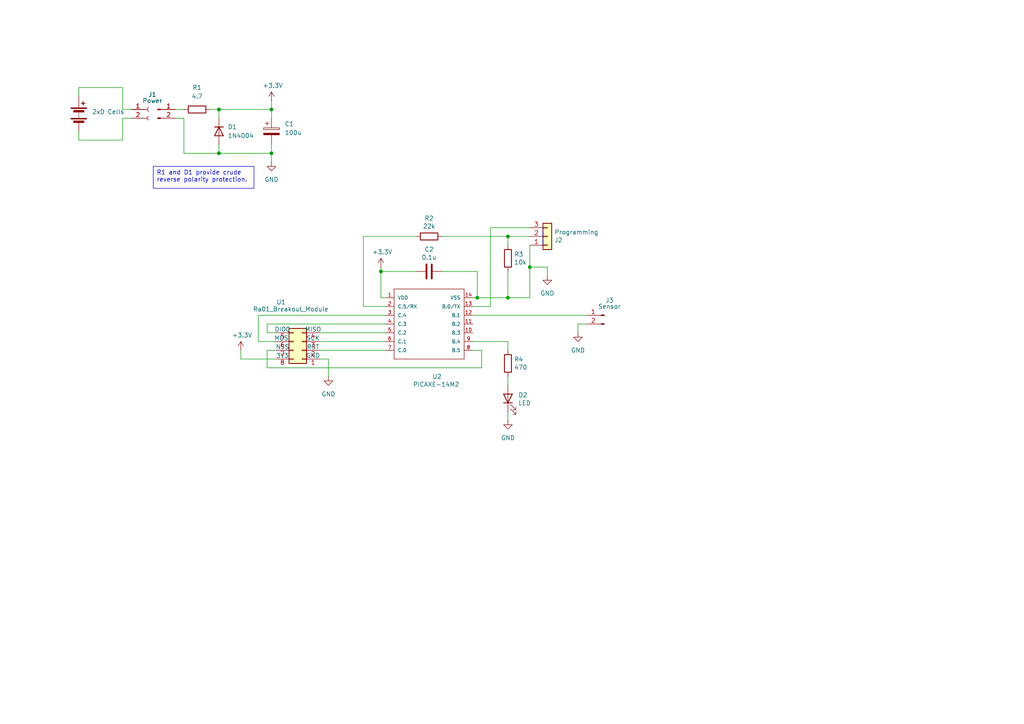
<source format=kicad_sch>
(kicad_sch (version 20231120) (generator "eeschema") (generator_version "8.0")
  (paper "A4")
  (title_block (title "Electric fence monitor") (date "2024-11-09") (company "Jotham Gates"))
  (lib_symbols
    (symbol "Connector:Conn_01x02_Pin" (pin_names (offset 1.016) hide)
      (property "Reference" "J" (at 0 2.54 0))
      (property "Value" "Conn_01x02_Pin" (at 0 -5.08 0))
      (symbol "Conn_01x02_Pin_1_1"
        (polyline (pts (xy 1.27 -2.54) (xy 0.8636 -2.54)) (stroke (width 0.1524)))
        (polyline (pts (xy 1.27 0) (xy 0.8636 0)) (stroke (width 0.1524)))
        (rectangle (start 0.8636 -2.413) (end 0 -2.667) (stroke (width 0.1524)) (fill (type outline)))
        (rectangle (start 0.8636 0.127) (end 0 -0.127) (stroke (width 0.1524)) (fill (type outline)))
        (pin passive line (at 5.08 0 180) (length 3.81) (name "Pin_1") (number "1"))
        (pin passive line (at 5.08 -2.54 180) (length 3.81) (name "Pin_2") (number "2"))
      )
    )
    (symbol "Connector:Conn_01x02_Socket" (pin_names (offset 1.016) hide)
      (property "Reference" "J" (at 0 2.54 0))
      (property "Value" "Conn_01x02_Socket" (at 0 -5.08 0))
      (symbol "Conn_01x02_Socket_1_1"
        (arc (start 0 -2.032) (mid -0.5058 -2.54) (end 0 -3.048) (stroke (width 0.1524)))
        (polyline (pts (xy -1.27 -2.54) (xy -0.508 -2.54)) (stroke (width 0.1524)))
        (polyline (pts (xy -1.27 0) (xy -0.508 0)) (stroke (width 0.1524)))
        (arc (start 0 0.508) (mid -0.5058 0) (end 0 -0.508) (stroke (width 0.1524)))
        (pin passive line (at -5.08 0 0) (length 3.81) (name "Pin_1") (number "1"))
        (pin passive line (at -5.08 -2.54 0) (length 3.81) (name "Pin_2") (number "2"))
      )
    )
    (symbol "Connector_Generic:Conn_01x03" (pin_names (offset 1.016) hide)
      (property "Reference" "J" (at 0 5.08 0))
      (property "Value" "Conn_01x03" (at 0 -5.08 0))
      (symbol "Conn_01x03_1_1"
        (rectangle (start -1.27 -2.413) (end 0 -2.667) (stroke (width 0.1524)))
        (rectangle (start -1.27 0.127) (end 0 -0.127) (stroke (width 0.1524)))
        (rectangle (start -1.27 2.667) (end 0 2.413) (stroke (width 0.1524)))
        (rectangle (start -1.27 3.81) (end 1.27 -3.81) (stroke (width 0.254)) (fill (type background)))
        (pin passive line (at -5.08 2.54 0) (length 3.81) (name "Pin_1") (number "1"))
        (pin passive line (at -5.08 0 0) (length 3.81) (name "Pin_2") (number "2"))
        (pin passive line (at -5.08 -2.54 0) (length 3.81) (name "Pin_3") (number "3"))
      )
    )
    (symbol "Custom:Ra01_Breakout_Module-Ra01_Breakout_Module" (pin_names (offset 0))
      (property "Reference" "U2" (at 1.27 8.89 0))
      (property "Value" "Ra01_Breakout_Module-Ra01_Breakout_Module" (at 1.27 6.35 0))
      (symbol "Ra01_Breakout_Module-Ra01_Breakout_Module_1_1"
        (rectangle (start -1.27 -4.953) (end 0 -5.207) (stroke (width 0.1524)))
        (rectangle (start -1.27 -2.413) (end 0 -2.667) (stroke (width 0.1524)))
        (rectangle (start -1.27 0.127) (end 0 -0.127) (stroke (width 0.1524)))
        (rectangle (start -1.27 2.667) (end 0 2.413) (stroke (width 0.1524)))
        (rectangle (start -1.27 3.81) (end 3.81 -6.35) (stroke (width 0.254)) (fill (type background)))
        (rectangle (start 3.81 -4.953) (end 2.54 -5.207) (stroke (width 0.1524)))
        (rectangle (start 3.81 -2.413) (end 2.54 -2.667) (stroke (width 0.1524)))
        (rectangle (start 3.81 0.127) (end 2.54 -0.127) (stroke (width 0.1524)))
        (rectangle (start 3.81 2.667) (end 2.54 2.413) (stroke (width 0.1524)))
        (pin power_in line (at -5.08 2.54 0) (length 3.81) (name "GND") (number "1"))
        (pin input line (at -5.08 0 0) (length 3.81) (name "RST") (number "2"))
        (pin input line (at -5.08 -2.54 0) (length 3.81) (name "SCK") (number "3"))
        (pin output line (at -5.08 -5.08 0) (length 3.81) (name "MISO") (number "4"))
        (pin bidirectional line (at 7.62 -5.08 180) (length 3.81) (name "DIO0") (number "5"))
        (pin input line (at 7.62 -2.54 180) (length 3.81) (name "MOSI") (number "6"))
        (pin input line (at 7.62 0 180) (length 3.81) (name "NSS") (number "7"))
        (pin power_in line (at 7.62 2.54 180) (length 3.81) (name "3V3") (number "8"))
      )
    )
    (symbol "Device:Battery" (pin_numbers hide) (pin_names (offset 0) hide)
      (property "Reference" "BT" (at 2.54 2.54 0))
      (property "Value" "Battery" (at 2.54 0 0))
      (symbol "Battery_0_1"
        (rectangle (start -2.286 -1.27) (end 2.286 -1.524) (fill (type outline)))
        (rectangle (start -2.286 1.778) (end 2.286 1.524) (fill (type outline)))
        (rectangle (start -1.524 -2.032) (end 1.524 -2.54) (fill (type outline)))
        (rectangle (start -1.524 1.016) (end 1.524 0.508) (fill (type outline)))
        (polyline (pts (xy 0 -1.016) (xy 0 -0.762)))
        (polyline (pts (xy 0 -0.508) (xy 0 -0.254)))
        (polyline (pts (xy 0 0) (xy 0 0.254)))
        (polyline (pts (xy 0 1.778) (xy 0 2.54)))
        (polyline (pts (xy 0.762 3.048) (xy 1.778 3.048)) (stroke (width 0.254)))
        (polyline (pts (xy 1.27 3.556) (xy 1.27 2.54)) (stroke (width 0.254)))
      )
      (symbol "Battery_1_1"
        (pin passive line (at 0 5.08 270) (length 2.54) (name "+") (number "1"))
        (pin passive line (at 0 -5.08 90) (length 2.54) (name "-") (number "2"))
      )
    )
    (symbol "Device:C" (pin_numbers hide) (pin_names (offset 0.254))
      (property "Reference" "C" (at 0.635 2.54 0))
      (property "Value" "C" (at 0.635 -2.54 0))
      (symbol "C_0_1"
        (polyline (pts (xy -2.032 -0.762) (xy 2.032 -0.762)) (stroke (width 0.508)))
        (polyline (pts (xy -2.032 0.762) (xy 2.032 0.762)) (stroke (width 0.508)))
      )
      (symbol "C_1_1"
        (pin passive line (at 0 3.81 270) (length 2.794) (name "~") (number "1"))
        (pin passive line (at 0 -3.81 90) (length 2.794) (name "~") (number "2"))
      )
    )
    (symbol "Device:C_Polarized" (pin_numbers hide) (pin_names (offset 0.254))
      (property "Reference" "C" (at 0.635 2.54 0))
      (property "Value" "C_Polarized" (at 0.635 -2.54 0))
      (symbol "C_Polarized_0_1"
        (rectangle (start -2.286 0.508) (end 2.286 1.016))
        (polyline (pts (xy -1.778 2.286) (xy -0.762 2.286)))
        (polyline (pts (xy -1.27 2.794) (xy -1.27 1.778)))
        (rectangle (start 2.286 -0.508) (end -2.286 -1.016) (fill (type outline)))
      )
      (symbol "C_Polarized_1_1"
        (pin passive line (at 0 3.81 270) (length 2.794) (name "~") (number "1"))
        (pin passive line (at 0 -3.81 90) (length 2.794) (name "~") (number "2"))
      )
    )
    (symbol "Device:D" (pin_numbers hide) (pin_names (offset 1.016) hide)
      (property "Reference" "D" (at 0 2.54 0))
      (property "Value" "D" (at 0 -2.54 0))
      (symbol "D_0_1"
        (polyline (pts (xy -1.27 1.27) (xy -1.27 -1.27)) (stroke (width 0.254)))
        (polyline (pts (xy 1.27 0) (xy -1.27 0)))
        (polyline (pts (xy 1.27 1.27) (xy 1.27 -1.27) (xy -1.27 0) (xy 1.27 1.27)) (stroke (width 0.254)))
      )
      (symbol "D_1_1"
        (pin passive line (at -3.81 0 0) (length 2.54) (name "K") (number "1"))
        (pin passive line (at 3.81 0 180) (length 2.54) (name "A") (number "2"))
      )
    )
    (symbol "Device:LED" (pin_numbers hide) (pin_names (offset 1.016) hide)
      (property "Reference" "D" (at 0 2.54 0))
      (property "Value" "LED" (at 0 -2.54 0))
      (symbol "LED_0_1"
        (polyline (pts (xy -1.27 -1.27) (xy -1.27 1.27)) (stroke (width 0.254)))
        (polyline (pts (xy -1.27 0) (xy 1.27 0)))
        (polyline (pts (xy 1.27 -1.27) (xy 1.27 1.27) (xy -1.27 0) (xy 1.27 -1.27)) (stroke (width 0.254)))
        (polyline (pts (xy -3.048 -0.762) (xy -4.572 -2.286) (xy -3.81 -2.286) (xy -4.572 -2.286) (xy -4.572 -1.524)))
        (polyline (pts (xy -1.778 -0.762) (xy -3.302 -2.286) (xy -2.54 -2.286) (xy -3.302 -2.286) (xy -3.302 -1.524)))
      )
      (symbol "LED_1_1"
        (pin passive line (at -3.81 0 0) (length 2.54) (name "K") (number "1"))
        (pin passive line (at 3.81 0 180) (length 2.54) (name "A") (number "2"))
      )
    )
    (symbol "Device:R" (pin_numbers hide) (pin_names (offset 0))
      (property "Reference" "R" (at 2.032 0 90))
      (property "Value" "R" (at 0 0 90))
      (symbol "R_0_1"
        (rectangle (start -1.016 -2.54) (end 1.016 2.54) (stroke (width 0.254)))
      )
      (symbol "R_1_1"
        (pin passive line (at 0 3.81 270) (length 1.27) (name "~") (number "1"))
        (pin passive line (at 0 -3.81 90) (length 1.27) (name "~") (number "2"))
      )
    )
    (symbol "picaxe-3:PICAXE-14M2" (pin_names (offset 1.016))
      (property "Reference" "U" (at 0 13.97 0))
      (property "Value" "PICAXE-14M2" (at -0.508 11.684 0))
      (symbol "PICAXE-14M2_1_0"
        (polyline (pts (xy -10.16 -10.16) (xy 10.16 -10.16)))
        (polyline (pts (xy -10.16 10.16) (xy -10.16 -10.16)))
        (polyline (pts (xy 10.16 -10.16) (xy 10.16 10.16)))
        (polyline (pts (xy 10.16 10.16) (xy -10.16 10.16)))
      )
      (symbol "PICAXE-14M2_1_1"
        (pin power_in line (at -12.7 7.62 0) (length 2.54) (name "VDD") (number "1"))
        (pin bidirectional line (at 12.7 -2.54 180) (length 2.54) (name "B.3") (number "10"))
        (pin bidirectional line (at 12.7 0 180) (length 2.54) (name "B.2") (number "11"))
        (pin bidirectional line (at 12.7 2.54 180) (length 2.54) (name "B.1") (number "12"))
        (pin output line (at 12.7 5.08 180) (length 2.54) (name "B.0/TX") (number "13"))
        (pin power_in line (at 12.7 7.62 180) (length 2.54) (name "VSS") (number "14"))
        (pin input line (at -12.7 5.08 0) (length 2.54) (name "C.5/RX") (number "2"))
        (pin bidirectional line (at -12.7 2.54 0) (length 2.54) (name "C.4") (number "3"))
        (pin input line (at -12.7 0 0) (length 2.54) (name "C.3") (number "4"))
        (pin bidirectional line (at -12.7 -2.54 0) (length 2.54) (name "C.2") (number "5"))
        (pin bidirectional line (at -12.7 -5.08 0) (length 2.54) (name "C.1") (number "6"))
        (pin bidirectional line (at -12.7 -7.62 0) (length 2.54) (name "C.0") (number "7"))
        (pin bidirectional line (at 12.7 -7.62 180) (length 2.54) (name "B.5") (number "8"))
        (pin bidirectional line (at 12.7 -5.08 180) (length 2.54) (name "B.4") (number "9"))
      )
    )
    (symbol "power:+3.3V" (power) (pin_numbers hide) (pin_names (offset 0) hide)
      (property "Value" "+3.3V" (at 0 3.556 0))
      (symbol "+3.3V_0_1"
        (polyline (pts (xy -0.762 1.27) (xy 0 2.54)))
        (polyline (pts (xy 0 0) (xy 0 2.54)))
        (polyline (pts (xy 0 2.54) (xy 0.762 1.27)))
      )
      (symbol "+3.3V_1_1"
        (pin power_in line (at 0 0 90) (length 0) (name "~") (number "1"))
      )
    )
    (symbol "power:GND" (power) (pin_numbers hide) (pin_names (offset 0) hide)
      (property "Value" "GND" (at 0 -3.81 0))
      (symbol "GND_0_1"
        (polyline (pts (xy 0 0) (xy 0 -1.27) (xy 1.27 -1.27) (xy 0 -2.54) (xy -1.27 -1.27) (xy 0 -1.27)))
      )
      (symbol "GND_1_1"
        (pin power_in line (at 0 0 270) (length 0) (name "~") (number "1"))
      )
    )
  )
  (junction (at 78.74 31.75))
  (junction (at 147.32 68.58))
  (junction (at 110.49 78.74))
  (junction (at 78.74 44.45))
  (junction (at 147.32 86.36))
  (junction (at 153.67 77.47))
  (junction (at 138.43 86.36))
  (junction (at 63.5 44.45))
  (junction (at 63.5 31.75))
  (wire (pts (xy 22.86 25.4) (xy 35.56 25.4)))
  (wire (pts (xy 80.01 101.6) (xy 77.47 101.6)))
  (wire (pts (xy 77.47 93.98) (xy 77.47 96.52)))
  (wire (pts (xy 147.32 121.92) (xy 147.32 119.38)))
  (wire (pts (xy 105.41 88.9) (xy 111.76 88.9)))
  (wire (pts (xy 50.8 31.75) (xy 53.34 31.75)))
  (wire (pts (xy 153.67 68.58) (xy 147.32 68.58)))
  (wire (pts (xy 74.93 91.44) (xy 74.93 99.06)))
  (wire (pts (xy 63.5 31.75) (xy 60.96 31.75)))
  (wire (pts (xy 35.56 31.75) (xy 38.1 31.75)))
  (wire (pts (xy 77.47 106.68) (xy 139.7 106.68)))
  (wire (pts (xy 137.16 86.36) (xy 138.43 86.36)))
  (wire (pts (xy 22.86 27.94) (xy 22.86 25.4)))
  (wire (pts (xy 158.75 80.01) (xy 158.75 77.47)))
  (wire (pts (xy 74.93 99.06) (xy 80.01 99.06)))
  (wire (pts (xy 120.65 78.74) (xy 110.49 78.74)))
  (wire (pts (xy 147.32 109.22) (xy 147.32 111.76)))
  (wire (pts (xy 147.32 86.36) (xy 153.67 86.36)))
  (polyline (pts (xy 157.48 71.12) (xy 157.48 66.04)) (stroke (width 0) (type dash)))
  (wire (pts (xy 53.34 34.29) (xy 53.34 44.45)))
  (wire (pts (xy 153.67 77.47) (xy 158.75 77.47)))
  (wire (pts (xy 120.65 68.58) (xy 105.41 68.58)))
  (wire (pts (xy 147.32 101.6) (xy 147.32 99.06)))
  (wire (pts (xy 53.34 44.45) (xy 63.5 44.45)))
  (wire (pts (xy 128.27 68.58) (xy 147.32 68.58)))
  (wire (pts (xy 69.85 104.14) (xy 80.01 104.14)))
  (wire (pts (xy 110.49 77.47) (xy 110.49 78.74)))
  (wire (pts (xy 111.76 93.98) (xy 77.47 93.98)))
  (wire (pts (xy 138.43 78.74) (xy 128.27 78.74)))
  (wire (pts (xy 78.74 29.21) (xy 78.74 31.75)))
  (wire (pts (xy 111.76 91.44) (xy 74.93 91.44)))
  (wire (pts (xy 139.7 101.6) (xy 137.16 101.6)))
  (wire (pts (xy 95.25 109.22) (xy 95.25 104.14)))
  (wire (pts (xy 77.47 101.6) (xy 77.47 106.68)))
  (wire (pts (xy 92.71 99.06) (xy 111.76 99.06)))
  (wire (pts (xy 38.1 34.29) (xy 35.56 34.29)))
  (wire (pts (xy 35.56 40.64) (xy 22.86 40.64)))
  (wire (pts (xy 92.71 101.6) (xy 111.76 101.6)))
  (wire (pts (xy 50.8 34.29) (xy 53.34 34.29)))
  (wire (pts (xy 78.74 34.29) (xy 78.74 31.75)))
  (wire (pts (xy 167.64 96.52) (xy 167.64 93.98)))
  (wire (pts (xy 78.74 44.45) (xy 78.74 46.99)))
  (wire (pts (xy 138.43 86.36) (xy 147.32 86.36)))
  (wire (pts (xy 153.67 71.12) (xy 153.67 77.47)))
  (wire (pts (xy 167.64 93.98) (xy 170.18 93.98)))
  (wire (pts (xy 35.56 25.4) (xy 35.56 31.75)))
  (wire (pts (xy 137.16 91.44) (xy 170.18 91.44)))
  (wire (pts (xy 139.7 106.68) (xy 139.7 101.6)))
  (wire (pts (xy 78.74 41.91) (xy 78.74 44.45)))
  (wire (pts (xy 147.32 78.74) (xy 147.32 86.36)))
  (wire (pts (xy 147.32 99.06) (xy 137.16 99.06)))
  (wire (pts (xy 95.25 104.14) (xy 92.71 104.14)))
  (wire (pts (xy 63.5 44.45) (xy 78.74 44.45)))
  (wire (pts (xy 63.5 34.29) (xy 63.5 31.75)))
  (wire (pts (xy 138.43 86.36) (xy 138.43 78.74)))
  (wire (pts (xy 69.85 101.6) (xy 69.85 104.14)))
  (wire (pts (xy 92.71 96.52) (xy 111.76 96.52)))
  (wire (pts (xy 22.86 40.64) (xy 22.86 38.1)))
  (wire (pts (xy 137.16 88.9) (xy 142.24 88.9)))
  (wire (pts (xy 63.5 41.91) (xy 63.5 44.45)))
  (wire (pts (xy 110.49 86.36) (xy 111.76 86.36)))
  (wire (pts (xy 63.5 31.75) (xy 78.74 31.75)))
  (wire (pts (xy 142.24 66.04) (xy 142.24 88.9)))
  (wire (pts (xy 153.67 77.47) (xy 153.67 86.36)))
  (wire (pts (xy 142.24 66.04) (xy 153.67 66.04)))
  (wire (pts (xy 77.47 96.52) (xy 80.01 96.52)))
  (wire (pts (xy 35.56 34.29) (xy 35.56 40.64)))
  (wire (pts (xy 110.49 78.74) (xy 110.49 86.36)))
  (wire (pts (xy 147.32 71.12) (xy 147.32 68.58)))
  (wire (pts (xy 105.41 68.58) (xy 105.41 88.9)))
  (text_box "R1 and D1 provide crude reverse polarity protection." (at 44.45 48.26 0) (size 29.21 6.35) (effects (font (size 1.27 1.27)) (justify left top)))
  (symbol (lib_id "Connector:Conn_01x02_Pin") (at 45.72 31.75 0) (unit 1)
    (property "Reference" "J1" (at 44.196 27.432 0))
    (property "Value" "Power" (at 44.196 29.21 0))
    (property "Footprint" "TerminalBlock_Phoenix:TerminalBlock_Phoenix_MKDS-1,5-2-5.08_1x02_P5.08mm_Horizontal" (effects (hide yes)))
    (property "Description" "Generic connector, single row, 01x02, script generated" (effects (hide yes)))
  )
  (symbol (lib_id "Device:C") (at 124.46 78.74 270) (unit 1)
    (property "Reference" "C2" (at 124.46 72.3392 90))
    (property "Value" "0.1u" (at 124.46 74.6506 90))
    (property "Footprint" "Capacitor_THT:C_Rect_L9.0mm_W2.5mm_P7.50mm_MKT" (effects (hide yes)))
    (property "Description" "Unpolarized capacitor" (effects (hide yes)))
  )
  (symbol (lib_id "power:GND") (at 147.32 121.92 0) (unit 1)
    (property "Reference" "#PWR06" (effects (hide yes)))
    (property "Value" "GND" (at 147.32 127 0))
    (property "Description" "Power symbol creates a global label with name \"GND\" , ground" (effects (hide yes)))
  )
  (symbol (lib_id "power:GND") (at 78.74 46.99 0) (unit 1)
    (property "Reference" "#PWR03" (effects (hide yes)))
    (property "Value" "GND" (at 78.74 52.07 0))
    (property "Description" "Power symbol creates a global label with name \"GND\" , ground" (effects (hide yes)))
  )
  (symbol (lib_id "Connector_Generic:Conn_01x03") (at 158.75 68.58 0) (mirror x) (unit 1)
    (property "Reference" "J2" (at 160.782 69.6468 0) (effects (justify left)))
    (property "Value" "Programming" (at 160.782 67.3354 0) (effects (justify left)))
    (property "Footprint" "Connector_Molex:Molex_KK-254_AE-6410-03A_1x03_P2.54mm_Vertical" (effects (hide yes)))
    (property "Description" "Generic connector, single row, 01x03, script generated (kicad-library-utils/schlib/autogen/connector/)" (effects (hide yes)))
  )
  (symbol (lib_id "power:+3.3V") (at 69.85 101.6 0) (unit 1)
    (property "Reference" "#PWR01" (effects (hide yes)))
    (property "Value" "+3.3V" (at 70.231 97.2058 0))
    (property "Description" "Power symbol creates a global label with name \"+3.3V\"" (effects (hide yes)))
  )
  (symbol (lib_id "power:GND") (at 167.64 96.52 0) (unit 1)
    (property "Reference" "#PWR08" (effects (hide yes)))
    (property "Value" "GND" (at 167.64 101.6 0))
    (property "Description" "Power symbol creates a global label with name \"GND\" , ground" (effects (hide yes)))
  )
  (symbol (lib_id "Device:D") (at 63.5 38.1 270) (unit 1)
    (property "Reference" "D1" (at 66.04 36.8299 90) (effects (justify left)))
    (property "Value" "1N4004" (at 66.04 39.3699 90) (effects (justify left)))
    (property "Footprint" "Diode_THT:D_A-405_P7.62mm_Horizontal" (effects (hide yes)))
    (property "Description" "Diode" (effects (hide yes)))
    (property "Sim.Device" "D" (effects (hide yes)))
    (property "Sim.Pins" "1=K 2=A" (effects (hide yes)))
  )
  (symbol (lib_id "Device:R") (at 124.46 68.58 270) (unit 1)
    (property "Reference" "R2" (at 124.46 63.3222 90))
    (property "Value" "22k" (at 124.46 65.6336 90))
    (property "Footprint" "Resistor_THT:R_Axial_DIN0207_L6.3mm_D2.5mm_P5.08mm_Vertical" (effects (hide yes)))
    (property "Description" "Resistor" (effects (hide yes)))
  )
  (symbol (lib_id "Device:LED") (at 147.32 115.57 90) (unit 1)
    (property "Reference" "D2" (at 150.3172 114.5794 90) (effects (justify right)))
    (property "Value" "LED" (at 150.3172 116.8908 90) (effects (justify right)))
    (property "Footprint" "LED_THT:LED_D5.0mm" (effects (hide yes)))
    (property "Description" "Light emitting diode" (effects (hide yes)))
  )
  (symbol (lib_id "power:GND") (at 95.25 109.22 0) (unit 1)
    (property "Reference" "#PWR04" (effects (hide yes)))
    (property "Value" "GND" (at 95.25 114.3 0))
    (property "Description" "Power symbol creates a global label with name \"GND\" , ground" (effects (hide yes)))
  )
  (symbol (lib_id "power:GND") (at 158.75 80.01 0) (unit 1)
    (property "Reference" "#PWR07" (effects (hide yes)))
    (property "Value" "GND" (at 158.75 85.09 0))
    (property "Description" "Power symbol creates a global label with name \"GND\" , ground" (effects (hide yes)))
  )
  (symbol (lib_id "Custom:Ra01_Breakout_Module-Ra01_Breakout_Module") (at 87.63 101.6 180) (unit 1)
    (property "Reference" "U1" (at 81.534 87.63 0))
    (property "Value" "Ra01_Breakout_Module" (at 84.328 89.662 0))
    (property "Footprint" "Package_DIP:DIP-8_W7.62mm_Socket_LongPads" (effects (hide yes)))
  )
  (symbol (lib_id "power:+3.3V") (at 78.74 29.21 0) (unit 1)
    (property "Reference" "#PWR02" (effects (hide yes)))
    (property "Value" "+3.3V" (at 79.121 24.8158 0))
    (property "Description" "Power symbol creates a global label with name \"+3.3V\"" (effects (hide yes)))
  )
  (symbol (lib_id "Device:Battery") (at 22.86 33.02 0) (unit 1) (exclude_from_sim yes) (on_board no)
    (property "Reference" "#BT1" (effects (hide yes)))
    (property "Value" "2xD Cells" (at 26.67 32.4484 0) (effects (justify left)))
    (property "Description" "Multiple-cell battery" (effects (hide yes)))
  )
  (symbol (lib_id "picaxe-3:PICAXE-14M2") (at 124.46 93.98 0) (unit 1)
    (property "Reference" "U2" (at 126.746 109.22 0))
    (property "Value" "PICAXE-14M2" (at 126.492 111.506 0))
    (property "Footprint" "Package_DIP:DIP-14_W7.62mm_Socket_LongPads" (effects (hide yes)))
  )
  (symbol (lib_id "Device:C_Polarized") (at 78.74 38.1 0) (unit 1)
    (property "Reference" "C1" (at 82.55 35.9409 0) (effects (justify left)))
    (property "Value" "100u" (at 82.55 38.4809 0) (effects (justify left)))
    (property "Footprint" "Capacitor_THT:CP_Radial_D10.0mm_P7.50mm" (effects (hide yes)))
    (property "Description" "Polarized capacitor" (effects (hide yes)))
  )
  (symbol (lib_id "Connector:Conn_01x02_Pin") (at 175.26 91.44 0) (mirror y) (unit 1)
    (property "Reference" "J3" (at 176.784 87.122 0))
    (property "Value" "Sensor" (at 176.784 88.9 0))
    (property "Footprint" "TerminalBlock_Phoenix:TerminalBlock_Phoenix_MKDS-1,5-2-5.08_1x02_P5.08mm_Horizontal" (effects (hide yes)))
    (property "Description" "Generic connector, single row, 01x02, script generated" (effects (hide yes)))
  )
  (symbol (lib_id "Device:R") (at 147.32 105.41 0) (unit 1)
    (property "Reference" "R4" (at 149.098 104.2416 0) (effects (justify left)))
    (property "Value" "470" (at 149.098 106.553 0) (effects (justify left)))
    (property "Footprint" "Resistor_THT:R_Axial_DIN0207_L6.3mm_D2.5mm_P10.16mm_Horizontal" (effects (hide yes)))
    (property "Description" "Resistor" (effects (hide yes)))
  )
  (symbol (lib_id "Connector:Conn_01x02_Socket") (at 43.18 31.75 0) (unit 1) (exclude_from_sim yes) (on_board no)
    (property "Reference" "#J1" (effects (hide yes)))
    (property "Value" "Conn_01x02_Socket" (effects (hide yes)))
    (property "Description" "Generic connector, single row, 01x02, script generated" (effects (hide yes)))
  )
  (symbol (lib_id "power:+3.3V") (at 110.49 77.47 0) (unit 1)
    (property "Reference" "#PWR05" (effects (hide yes)))
    (property "Value" "+3.3V" (at 110.871 73.0758 0))
    (property "Description" "Power symbol creates a global label with name \"+3.3V\"" (effects (hide yes)))
  )
  (symbol (lib_id "Device:R") (at 57.15 31.75 90) (unit 1)
    (property "Reference" "R1" (at 57.15 25.4 90))
    (property "Value" "4.7" (at 57.15 27.94 90))
    (property "Footprint" "Resistor_THT:R_Axial_DIN0207_L6.3mm_D2.5mm_P5.08mm_Vertical" (effects (hide yes)))
    (property "Description" "Resistor" (effects (hide yes)))
  )
  (symbol (lib_id "Device:R") (at 147.32 74.93 0) (unit 1)
    (property "Reference" "R3" (at 149.098 73.7616 0) (effects (justify left)))
    (property "Value" "10k" (at 149.098 76.073 0) (effects (justify left)))
    (property "Footprint" "Resistor_THT:R_Axial_DIN0207_L6.3mm_D2.5mm_P2.54mm_Vertical" (effects (hide yes)))
    (property "Description" "Resistor" (effects (hide yes)))
  )
)
</source>
